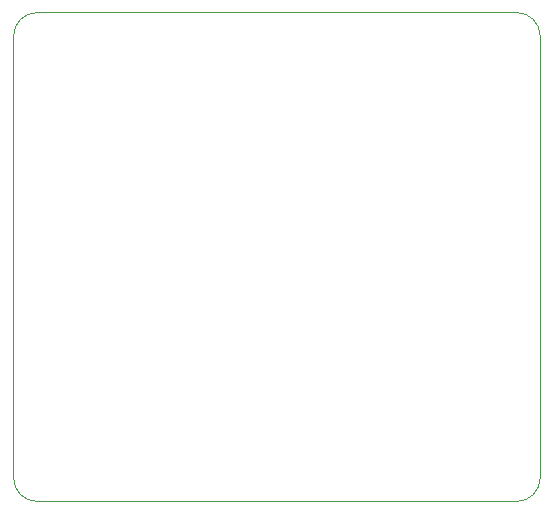
<source format=gbr>
%TF.GenerationSoftware,KiCad,Pcbnew,9.0.0*%
%TF.CreationDate,2025-12-27T14:24:40-08:00*%
%TF.ProjectId,esp_module_rev1,6573705f-6d6f-4647-956c-655f72657631,rev?*%
%TF.SameCoordinates,Original*%
%TF.FileFunction,Profile,NP*%
%FSLAX46Y46*%
G04 Gerber Fmt 4.6, Leading zero omitted, Abs format (unit mm)*
G04 Created by KiCad (PCBNEW 9.0.0) date 2025-12-27 14:24:40*
%MOMM*%
%LPD*%
G01*
G04 APERTURE LIST*
%TA.AperFunction,Profile*%
%ADD10C,0.050000*%
%TD*%
G04 APERTURE END LIST*
D10*
X147800000Y-123400000D02*
X168100000Y-123400000D01*
X170100000Y-84000000D02*
X170100000Y-121400000D01*
X125500000Y-84000000D02*
X125500000Y-121400000D01*
X147700000Y-82000000D02*
X168100000Y-82000000D01*
X147700000Y-82000000D02*
X127500000Y-82000000D01*
X170100000Y-121400000D02*
G75*
G02*
X168100000Y-123400000I-2000000J0D01*
G01*
X127500000Y-123400000D02*
G75*
G02*
X125500000Y-121400000I0J2000000D01*
G01*
X125500000Y-84000000D02*
G75*
G02*
X127500000Y-82000000I2000000J0D01*
G01*
X147800000Y-123400000D02*
X127500000Y-123400000D01*
X168100000Y-82000000D02*
G75*
G02*
X170100000Y-84000000I0J-2000000D01*
G01*
M02*

</source>
